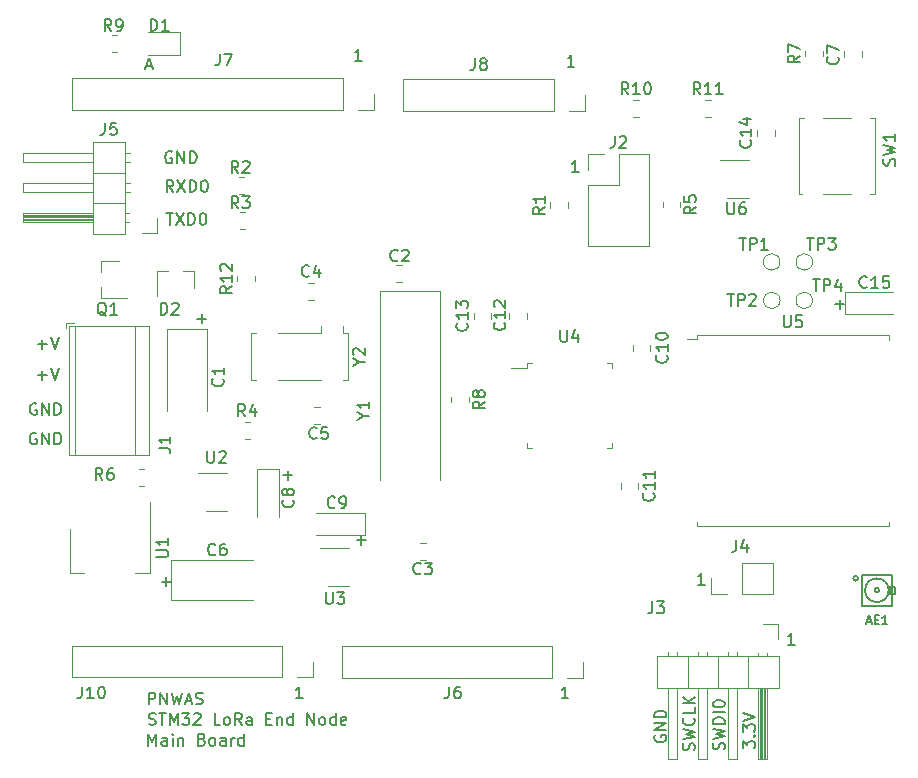
<source format=gbr>
%TF.GenerationSoftware,KiCad,Pcbnew,5.1.12-84ad8e8a86~92~ubuntu20.04.1*%
%TF.CreationDate,2022-08-01T12:29:38-07:00*%
%TF.ProjectId,LoRaXcvr_R2,4c6f5261-5863-4767-925f-52322e6b6963,rev?*%
%TF.SameCoordinates,Original*%
%TF.FileFunction,Legend,Top*%
%TF.FilePolarity,Positive*%
%FSLAX46Y46*%
G04 Gerber Fmt 4.6, Leading zero omitted, Abs format (unit mm)*
G04 Created by KiCad (PCBNEW 5.1.12-84ad8e8a86~92~ubuntu20.04.1) date 2022-08-01 12:29:38*
%MOMM*%
%LPD*%
G01*
G04 APERTURE LIST*
%ADD10C,0.150000*%
%ADD11C,0.120000*%
%ADD12C,0.203200*%
%ADD13C,0.152400*%
G04 APERTURE END LIST*
D10*
X112611904Y-42516666D02*
X113088095Y-42516666D01*
X112516666Y-42802380D02*
X112850000Y-41802380D01*
X113183333Y-42802380D01*
X170969047Y-62671428D02*
X171730952Y-62671428D01*
X171350000Y-63052380D02*
X171350000Y-62290476D01*
X130469047Y-82671428D02*
X131230952Y-82671428D01*
X130850000Y-83052380D02*
X130850000Y-82290476D01*
X124219047Y-77171428D02*
X124980952Y-77171428D01*
X124600000Y-77552380D02*
X124600000Y-76790476D01*
X113969047Y-86171428D02*
X114730952Y-86171428D01*
X114350000Y-86552380D02*
X114350000Y-85790476D01*
X116969047Y-63921428D02*
X117730952Y-63921428D01*
X117350000Y-64302380D02*
X117350000Y-63540476D01*
X112826190Y-100052380D02*
X112826190Y-99052380D01*
X113159523Y-99766666D01*
X113492857Y-99052380D01*
X113492857Y-100052380D01*
X114397619Y-100052380D02*
X114397619Y-99528571D01*
X114350000Y-99433333D01*
X114254761Y-99385714D01*
X114064285Y-99385714D01*
X113969047Y-99433333D01*
X114397619Y-100004761D02*
X114302380Y-100052380D01*
X114064285Y-100052380D01*
X113969047Y-100004761D01*
X113921428Y-99909523D01*
X113921428Y-99814285D01*
X113969047Y-99719047D01*
X114064285Y-99671428D01*
X114302380Y-99671428D01*
X114397619Y-99623809D01*
X114873809Y-100052380D02*
X114873809Y-99385714D01*
X114873809Y-99052380D02*
X114826190Y-99100000D01*
X114873809Y-99147619D01*
X114921428Y-99100000D01*
X114873809Y-99052380D01*
X114873809Y-99147619D01*
X115350000Y-99385714D02*
X115350000Y-100052380D01*
X115350000Y-99480952D02*
X115397619Y-99433333D01*
X115492857Y-99385714D01*
X115635714Y-99385714D01*
X115730952Y-99433333D01*
X115778571Y-99528571D01*
X115778571Y-100052380D01*
X117350000Y-99528571D02*
X117492857Y-99576190D01*
X117540476Y-99623809D01*
X117588095Y-99719047D01*
X117588095Y-99861904D01*
X117540476Y-99957142D01*
X117492857Y-100004761D01*
X117397619Y-100052380D01*
X117016666Y-100052380D01*
X117016666Y-99052380D01*
X117350000Y-99052380D01*
X117445238Y-99100000D01*
X117492857Y-99147619D01*
X117540476Y-99242857D01*
X117540476Y-99338095D01*
X117492857Y-99433333D01*
X117445238Y-99480952D01*
X117350000Y-99528571D01*
X117016666Y-99528571D01*
X118159523Y-100052380D02*
X118064285Y-100004761D01*
X118016666Y-99957142D01*
X117969047Y-99861904D01*
X117969047Y-99576190D01*
X118016666Y-99480952D01*
X118064285Y-99433333D01*
X118159523Y-99385714D01*
X118302380Y-99385714D01*
X118397619Y-99433333D01*
X118445238Y-99480952D01*
X118492857Y-99576190D01*
X118492857Y-99861904D01*
X118445238Y-99957142D01*
X118397619Y-100004761D01*
X118302380Y-100052380D01*
X118159523Y-100052380D01*
X119350000Y-100052380D02*
X119350000Y-99528571D01*
X119302380Y-99433333D01*
X119207142Y-99385714D01*
X119016666Y-99385714D01*
X118921428Y-99433333D01*
X119350000Y-100004761D02*
X119254761Y-100052380D01*
X119016666Y-100052380D01*
X118921428Y-100004761D01*
X118873809Y-99909523D01*
X118873809Y-99814285D01*
X118921428Y-99719047D01*
X119016666Y-99671428D01*
X119254761Y-99671428D01*
X119350000Y-99623809D01*
X119826190Y-100052380D02*
X119826190Y-99385714D01*
X119826190Y-99576190D02*
X119873809Y-99480952D01*
X119921428Y-99433333D01*
X120016666Y-99385714D01*
X120111904Y-99385714D01*
X120873809Y-100052380D02*
X120873809Y-99052380D01*
X120873809Y-100004761D02*
X120778571Y-100052380D01*
X120588095Y-100052380D01*
X120492857Y-100004761D01*
X120445238Y-99957142D01*
X120397619Y-99861904D01*
X120397619Y-99576190D01*
X120445238Y-99480952D01*
X120492857Y-99433333D01*
X120588095Y-99385714D01*
X120778571Y-99385714D01*
X120873809Y-99433333D01*
X112838095Y-96552380D02*
X112838095Y-95552380D01*
X113219047Y-95552380D01*
X113314285Y-95600000D01*
X113361904Y-95647619D01*
X113409523Y-95742857D01*
X113409523Y-95885714D01*
X113361904Y-95980952D01*
X113314285Y-96028571D01*
X113219047Y-96076190D01*
X112838095Y-96076190D01*
X113838095Y-96552380D02*
X113838095Y-95552380D01*
X114409523Y-96552380D01*
X114409523Y-95552380D01*
X114790476Y-95552380D02*
X115028571Y-96552380D01*
X115219047Y-95838095D01*
X115409523Y-96552380D01*
X115647619Y-95552380D01*
X115980952Y-96266666D02*
X116457142Y-96266666D01*
X115885714Y-96552380D02*
X116219047Y-95552380D01*
X116552380Y-96552380D01*
X116838095Y-96504761D02*
X116980952Y-96552380D01*
X117219047Y-96552380D01*
X117314285Y-96504761D01*
X117361904Y-96457142D01*
X117409523Y-96361904D01*
X117409523Y-96266666D01*
X117361904Y-96171428D01*
X117314285Y-96123809D01*
X117219047Y-96076190D01*
X117028571Y-96028571D01*
X116933333Y-95980952D01*
X116885714Y-95933333D01*
X116838095Y-95838095D01*
X116838095Y-95742857D01*
X116885714Y-95647619D01*
X116933333Y-95600000D01*
X117028571Y-95552380D01*
X117266666Y-95552380D01*
X117409523Y-95600000D01*
X112861904Y-98254761D02*
X113004761Y-98302380D01*
X113242857Y-98302380D01*
X113338095Y-98254761D01*
X113385714Y-98207142D01*
X113433333Y-98111904D01*
X113433333Y-98016666D01*
X113385714Y-97921428D01*
X113338095Y-97873809D01*
X113242857Y-97826190D01*
X113052380Y-97778571D01*
X112957142Y-97730952D01*
X112909523Y-97683333D01*
X112861904Y-97588095D01*
X112861904Y-97492857D01*
X112909523Y-97397619D01*
X112957142Y-97350000D01*
X113052380Y-97302380D01*
X113290476Y-97302380D01*
X113433333Y-97350000D01*
X113719047Y-97302380D02*
X114290476Y-97302380D01*
X114004761Y-98302380D02*
X114004761Y-97302380D01*
X114623809Y-98302380D02*
X114623809Y-97302380D01*
X114957142Y-98016666D01*
X115290476Y-97302380D01*
X115290476Y-98302380D01*
X115671428Y-97302380D02*
X116290476Y-97302380D01*
X115957142Y-97683333D01*
X116100000Y-97683333D01*
X116195238Y-97730952D01*
X116242857Y-97778571D01*
X116290476Y-97873809D01*
X116290476Y-98111904D01*
X116242857Y-98207142D01*
X116195238Y-98254761D01*
X116100000Y-98302380D01*
X115814285Y-98302380D01*
X115719047Y-98254761D01*
X115671428Y-98207142D01*
X116671428Y-97397619D02*
X116719047Y-97350000D01*
X116814285Y-97302380D01*
X117052380Y-97302380D01*
X117147619Y-97350000D01*
X117195238Y-97397619D01*
X117242857Y-97492857D01*
X117242857Y-97588095D01*
X117195238Y-97730952D01*
X116623809Y-98302380D01*
X117242857Y-98302380D01*
X118909523Y-98302380D02*
X118433333Y-98302380D01*
X118433333Y-97302380D01*
X119385714Y-98302380D02*
X119290476Y-98254761D01*
X119242857Y-98207142D01*
X119195238Y-98111904D01*
X119195238Y-97826190D01*
X119242857Y-97730952D01*
X119290476Y-97683333D01*
X119385714Y-97635714D01*
X119528571Y-97635714D01*
X119623809Y-97683333D01*
X119671428Y-97730952D01*
X119719047Y-97826190D01*
X119719047Y-98111904D01*
X119671428Y-98207142D01*
X119623809Y-98254761D01*
X119528571Y-98302380D01*
X119385714Y-98302380D01*
X120719047Y-98302380D02*
X120385714Y-97826190D01*
X120147619Y-98302380D02*
X120147619Y-97302380D01*
X120528571Y-97302380D01*
X120623809Y-97350000D01*
X120671428Y-97397619D01*
X120719047Y-97492857D01*
X120719047Y-97635714D01*
X120671428Y-97730952D01*
X120623809Y-97778571D01*
X120528571Y-97826190D01*
X120147619Y-97826190D01*
X121576190Y-98302380D02*
X121576190Y-97778571D01*
X121528571Y-97683333D01*
X121433333Y-97635714D01*
X121242857Y-97635714D01*
X121147619Y-97683333D01*
X121576190Y-98254761D02*
X121480952Y-98302380D01*
X121242857Y-98302380D01*
X121147619Y-98254761D01*
X121100000Y-98159523D01*
X121100000Y-98064285D01*
X121147619Y-97969047D01*
X121242857Y-97921428D01*
X121480952Y-97921428D01*
X121576190Y-97873809D01*
X122814285Y-97778571D02*
X123147619Y-97778571D01*
X123290476Y-98302380D02*
X122814285Y-98302380D01*
X122814285Y-97302380D01*
X123290476Y-97302380D01*
X123719047Y-97635714D02*
X123719047Y-98302380D01*
X123719047Y-97730952D02*
X123766666Y-97683333D01*
X123861904Y-97635714D01*
X124004761Y-97635714D01*
X124100000Y-97683333D01*
X124147619Y-97778571D01*
X124147619Y-98302380D01*
X125052380Y-98302380D02*
X125052380Y-97302380D01*
X125052380Y-98254761D02*
X124957142Y-98302380D01*
X124766666Y-98302380D01*
X124671428Y-98254761D01*
X124623809Y-98207142D01*
X124576190Y-98111904D01*
X124576190Y-97826190D01*
X124623809Y-97730952D01*
X124671428Y-97683333D01*
X124766666Y-97635714D01*
X124957142Y-97635714D01*
X125052380Y-97683333D01*
X126290476Y-98302380D02*
X126290476Y-97302380D01*
X126861904Y-98302380D01*
X126861904Y-97302380D01*
X127480952Y-98302380D02*
X127385714Y-98254761D01*
X127338095Y-98207142D01*
X127290476Y-98111904D01*
X127290476Y-97826190D01*
X127338095Y-97730952D01*
X127385714Y-97683333D01*
X127480952Y-97635714D01*
X127623809Y-97635714D01*
X127719047Y-97683333D01*
X127766666Y-97730952D01*
X127814285Y-97826190D01*
X127814285Y-98111904D01*
X127766666Y-98207142D01*
X127719047Y-98254761D01*
X127623809Y-98302380D01*
X127480952Y-98302380D01*
X128671428Y-98302380D02*
X128671428Y-97302380D01*
X128671428Y-98254761D02*
X128576190Y-98302380D01*
X128385714Y-98302380D01*
X128290476Y-98254761D01*
X128242857Y-98207142D01*
X128195238Y-98111904D01*
X128195238Y-97826190D01*
X128242857Y-97730952D01*
X128290476Y-97683333D01*
X128385714Y-97635714D01*
X128576190Y-97635714D01*
X128671428Y-97683333D01*
X129528571Y-98254761D02*
X129433333Y-98302380D01*
X129242857Y-98302380D01*
X129147619Y-98254761D01*
X129100000Y-98159523D01*
X129100000Y-97778571D01*
X129147619Y-97683333D01*
X129242857Y-97635714D01*
X129433333Y-97635714D01*
X129528571Y-97683333D01*
X129576190Y-97778571D01*
X129576190Y-97873809D01*
X129100000Y-97969047D01*
X103338095Y-73600000D02*
X103242857Y-73552380D01*
X103100000Y-73552380D01*
X102957142Y-73600000D01*
X102861904Y-73695238D01*
X102814285Y-73790476D01*
X102766666Y-73980952D01*
X102766666Y-74123809D01*
X102814285Y-74314285D01*
X102861904Y-74409523D01*
X102957142Y-74504761D01*
X103100000Y-74552380D01*
X103195238Y-74552380D01*
X103338095Y-74504761D01*
X103385714Y-74457142D01*
X103385714Y-74123809D01*
X103195238Y-74123809D01*
X103814285Y-74552380D02*
X103814285Y-73552380D01*
X104385714Y-74552380D01*
X104385714Y-73552380D01*
X104861904Y-74552380D02*
X104861904Y-73552380D01*
X105100000Y-73552380D01*
X105242857Y-73600000D01*
X105338095Y-73695238D01*
X105385714Y-73790476D01*
X105433333Y-73980952D01*
X105433333Y-74123809D01*
X105385714Y-74314285D01*
X105338095Y-74409523D01*
X105242857Y-74504761D01*
X105100000Y-74552380D01*
X104861904Y-74552380D01*
X103338095Y-71100000D02*
X103242857Y-71052380D01*
X103100000Y-71052380D01*
X102957142Y-71100000D01*
X102861904Y-71195238D01*
X102814285Y-71290476D01*
X102766666Y-71480952D01*
X102766666Y-71623809D01*
X102814285Y-71814285D01*
X102861904Y-71909523D01*
X102957142Y-72004761D01*
X103100000Y-72052380D01*
X103195238Y-72052380D01*
X103338095Y-72004761D01*
X103385714Y-71957142D01*
X103385714Y-71623809D01*
X103195238Y-71623809D01*
X103814285Y-72052380D02*
X103814285Y-71052380D01*
X104385714Y-72052380D01*
X104385714Y-71052380D01*
X104861904Y-72052380D02*
X104861904Y-71052380D01*
X105100000Y-71052380D01*
X105242857Y-71100000D01*
X105338095Y-71195238D01*
X105385714Y-71290476D01*
X105433333Y-71480952D01*
X105433333Y-71623809D01*
X105385714Y-71814285D01*
X105338095Y-71909523D01*
X105242857Y-72004761D01*
X105100000Y-72052380D01*
X104861904Y-72052380D01*
X103457476Y-68671428D02*
X104219380Y-68671428D01*
X103838428Y-69052380D02*
X103838428Y-68290476D01*
X104552714Y-68052380D02*
X104886047Y-69052380D01*
X105219380Y-68052380D01*
X103457476Y-66047928D02*
X104219380Y-66047928D01*
X103838428Y-66428880D02*
X103838428Y-65666976D01*
X104552714Y-65428880D02*
X104886047Y-66428880D01*
X105219380Y-65428880D01*
X163155380Y-100282190D02*
X163155380Y-99663142D01*
X163536333Y-99996476D01*
X163536333Y-99853619D01*
X163583952Y-99758380D01*
X163631571Y-99710761D01*
X163726809Y-99663142D01*
X163964904Y-99663142D01*
X164060142Y-99710761D01*
X164107761Y-99758380D01*
X164155380Y-99853619D01*
X164155380Y-100139333D01*
X164107761Y-100234571D01*
X164060142Y-100282190D01*
X164060142Y-99234571D02*
X164107761Y-99186952D01*
X164155380Y-99234571D01*
X164107761Y-99282190D01*
X164060142Y-99234571D01*
X164155380Y-99234571D01*
X163155380Y-98853619D02*
X163155380Y-98234571D01*
X163536333Y-98567904D01*
X163536333Y-98425047D01*
X163583952Y-98329809D01*
X163631571Y-98282190D01*
X163726809Y-98234571D01*
X163964904Y-98234571D01*
X164060142Y-98282190D01*
X164107761Y-98329809D01*
X164155380Y-98425047D01*
X164155380Y-98710761D01*
X164107761Y-98806000D01*
X164060142Y-98853619D01*
X163155380Y-97948857D02*
X164155380Y-97615523D01*
X163155380Y-97282190D01*
X155710000Y-99186904D02*
X155662380Y-99282142D01*
X155662380Y-99425000D01*
X155710000Y-99567857D01*
X155805238Y-99663095D01*
X155900476Y-99710714D01*
X156090952Y-99758333D01*
X156233809Y-99758333D01*
X156424285Y-99710714D01*
X156519523Y-99663095D01*
X156614761Y-99567857D01*
X156662380Y-99425000D01*
X156662380Y-99329761D01*
X156614761Y-99186904D01*
X156567142Y-99139285D01*
X156233809Y-99139285D01*
X156233809Y-99329761D01*
X156662380Y-98710714D02*
X155662380Y-98710714D01*
X156662380Y-98139285D01*
X155662380Y-98139285D01*
X156662380Y-97663095D02*
X155662380Y-97663095D01*
X155662380Y-97425000D01*
X155710000Y-97282142D01*
X155805238Y-97186904D01*
X155900476Y-97139285D01*
X156090952Y-97091666D01*
X156233809Y-97091666D01*
X156424285Y-97139285D01*
X156519523Y-97186904D01*
X156614761Y-97282142D01*
X156662380Y-97425000D01*
X156662380Y-97663095D01*
X159027761Y-100432904D02*
X159075380Y-100290047D01*
X159075380Y-100051952D01*
X159027761Y-99956714D01*
X158980142Y-99909095D01*
X158884904Y-99861476D01*
X158789666Y-99861476D01*
X158694428Y-99909095D01*
X158646809Y-99956714D01*
X158599190Y-100051952D01*
X158551571Y-100242428D01*
X158503952Y-100337666D01*
X158456333Y-100385285D01*
X158361095Y-100432904D01*
X158265857Y-100432904D01*
X158170619Y-100385285D01*
X158123000Y-100337666D01*
X158075380Y-100242428D01*
X158075380Y-100004333D01*
X158123000Y-99861476D01*
X158075380Y-99528142D02*
X159075380Y-99290047D01*
X158361095Y-99099571D01*
X159075380Y-98909095D01*
X158075380Y-98671000D01*
X158980142Y-97718619D02*
X159027761Y-97766238D01*
X159075380Y-97909095D01*
X159075380Y-98004333D01*
X159027761Y-98147190D01*
X158932523Y-98242428D01*
X158837285Y-98290047D01*
X158646809Y-98337666D01*
X158503952Y-98337666D01*
X158313476Y-98290047D01*
X158218238Y-98242428D01*
X158123000Y-98147190D01*
X158075380Y-98004333D01*
X158075380Y-97909095D01*
X158123000Y-97766238D01*
X158170619Y-97718619D01*
X159075380Y-96813857D02*
X159075380Y-97290047D01*
X158075380Y-97290047D01*
X159075380Y-96480523D02*
X158075380Y-96480523D01*
X159075380Y-95909095D02*
X158503952Y-96337666D01*
X158075380Y-95909095D02*
X158646809Y-96480523D01*
X161567761Y-100369428D02*
X161615380Y-100226571D01*
X161615380Y-99988476D01*
X161567761Y-99893238D01*
X161520142Y-99845619D01*
X161424904Y-99798000D01*
X161329666Y-99798000D01*
X161234428Y-99845619D01*
X161186809Y-99893238D01*
X161139190Y-99988476D01*
X161091571Y-100178952D01*
X161043952Y-100274190D01*
X160996333Y-100321809D01*
X160901095Y-100369428D01*
X160805857Y-100369428D01*
X160710619Y-100321809D01*
X160663000Y-100274190D01*
X160615380Y-100178952D01*
X160615380Y-99940857D01*
X160663000Y-99798000D01*
X160615380Y-99464666D02*
X161615380Y-99226571D01*
X160901095Y-99036095D01*
X161615380Y-98845619D01*
X160615380Y-98607523D01*
X161615380Y-98226571D02*
X160615380Y-98226571D01*
X160615380Y-97988476D01*
X160663000Y-97845619D01*
X160758238Y-97750380D01*
X160853476Y-97702761D01*
X161043952Y-97655142D01*
X161186809Y-97655142D01*
X161377285Y-97702761D01*
X161472523Y-97750380D01*
X161567761Y-97845619D01*
X161615380Y-97988476D01*
X161615380Y-98226571D01*
X161615380Y-97226571D02*
X160615380Y-97226571D01*
X160615380Y-96559904D02*
X160615380Y-96464666D01*
X160663000Y-96369428D01*
X160710619Y-96321809D01*
X160805857Y-96274190D01*
X160996333Y-96226571D01*
X161234428Y-96226571D01*
X161424904Y-96274190D01*
X161520142Y-96321809D01*
X161567761Y-96369428D01*
X161615380Y-96464666D01*
X161615380Y-96559904D01*
X161567761Y-96655142D01*
X161520142Y-96702761D01*
X161424904Y-96750380D01*
X161234428Y-96798000D01*
X160996333Y-96798000D01*
X160805857Y-96750380D01*
X160710619Y-96702761D01*
X160663000Y-96655142D01*
X160615380Y-96559904D01*
X114808095Y-49792000D02*
X114712857Y-49744380D01*
X114570000Y-49744380D01*
X114427142Y-49792000D01*
X114331904Y-49887238D01*
X114284285Y-49982476D01*
X114236666Y-50172952D01*
X114236666Y-50315809D01*
X114284285Y-50506285D01*
X114331904Y-50601523D01*
X114427142Y-50696761D01*
X114570000Y-50744380D01*
X114665238Y-50744380D01*
X114808095Y-50696761D01*
X114855714Y-50649142D01*
X114855714Y-50315809D01*
X114665238Y-50315809D01*
X115284285Y-50744380D02*
X115284285Y-49744380D01*
X115855714Y-50744380D01*
X115855714Y-49744380D01*
X116331904Y-50744380D02*
X116331904Y-49744380D01*
X116570000Y-49744380D01*
X116712857Y-49792000D01*
X116808095Y-49887238D01*
X116855714Y-49982476D01*
X116903333Y-50172952D01*
X116903333Y-50315809D01*
X116855714Y-50506285D01*
X116808095Y-50601523D01*
X116712857Y-50696761D01*
X116570000Y-50744380D01*
X116331904Y-50744380D01*
X114339904Y-54951380D02*
X114911333Y-54951380D01*
X114625619Y-55951380D02*
X114625619Y-54951380D01*
X115149428Y-54951380D02*
X115816095Y-55951380D01*
X115816095Y-54951380D02*
X115149428Y-55951380D01*
X116197047Y-55951380D02*
X116197047Y-54951380D01*
X116435142Y-54951380D01*
X116578000Y-54999000D01*
X116673238Y-55094238D01*
X116720857Y-55189476D01*
X116768476Y-55379952D01*
X116768476Y-55522809D01*
X116720857Y-55713285D01*
X116673238Y-55808523D01*
X116578000Y-55903761D01*
X116435142Y-55951380D01*
X116197047Y-55951380D01*
X117387523Y-54951380D02*
X117482761Y-54951380D01*
X117578000Y-54999000D01*
X117625619Y-55046619D01*
X117673238Y-55141857D01*
X117720857Y-55332333D01*
X117720857Y-55570428D01*
X117673238Y-55760904D01*
X117625619Y-55856142D01*
X117578000Y-55903761D01*
X117482761Y-55951380D01*
X117387523Y-55951380D01*
X117292285Y-55903761D01*
X117244666Y-55856142D01*
X117197047Y-55760904D01*
X117149428Y-55570428D01*
X117149428Y-55332333D01*
X117197047Y-55141857D01*
X117244666Y-55046619D01*
X117292285Y-54999000D01*
X117387523Y-54951380D01*
X114935142Y-53157380D02*
X114601809Y-52681190D01*
X114363714Y-53157380D02*
X114363714Y-52157380D01*
X114744666Y-52157380D01*
X114839904Y-52205000D01*
X114887523Y-52252619D01*
X114935142Y-52347857D01*
X114935142Y-52490714D01*
X114887523Y-52585952D01*
X114839904Y-52633571D01*
X114744666Y-52681190D01*
X114363714Y-52681190D01*
X115268476Y-52157380D02*
X115935142Y-53157380D01*
X115935142Y-52157380D02*
X115268476Y-53157380D01*
X116316095Y-53157380D02*
X116316095Y-52157380D01*
X116554190Y-52157380D01*
X116697047Y-52205000D01*
X116792285Y-52300238D01*
X116839904Y-52395476D01*
X116887523Y-52585952D01*
X116887523Y-52728809D01*
X116839904Y-52919285D01*
X116792285Y-53014523D01*
X116697047Y-53109761D01*
X116554190Y-53157380D01*
X116316095Y-53157380D01*
X117506571Y-52157380D02*
X117601809Y-52157380D01*
X117697047Y-52205000D01*
X117744666Y-52252619D01*
X117792285Y-52347857D01*
X117839904Y-52538333D01*
X117839904Y-52776428D01*
X117792285Y-52966904D01*
X117744666Y-53062142D01*
X117697047Y-53109761D01*
X117601809Y-53157380D01*
X117506571Y-53157380D01*
X117411333Y-53109761D01*
X117363714Y-53062142D01*
X117316095Y-52966904D01*
X117268476Y-52776428D01*
X117268476Y-52538333D01*
X117316095Y-52347857D01*
X117363714Y-52252619D01*
X117411333Y-52205000D01*
X117506571Y-52157380D01*
X159924714Y-86431380D02*
X159353285Y-86431380D01*
X159639000Y-86431380D02*
X159639000Y-85431380D01*
X159543761Y-85574238D01*
X159448523Y-85669476D01*
X159353285Y-85717095D01*
X148885714Y-42552380D02*
X148314285Y-42552380D01*
X148600000Y-42552380D02*
X148600000Y-41552380D01*
X148504761Y-41695238D01*
X148409523Y-41790476D01*
X148314285Y-41838095D01*
X130885714Y-42052380D02*
X130314285Y-42052380D01*
X130600000Y-42052380D02*
X130600000Y-41052380D01*
X130504761Y-41195238D01*
X130409523Y-41290476D01*
X130314285Y-41338095D01*
X149256714Y-51506380D02*
X148685285Y-51506380D01*
X148971000Y-51506380D02*
X148971000Y-50506380D01*
X148875761Y-50649238D01*
X148780523Y-50744476D01*
X148685285Y-50792095D01*
X125885714Y-96052380D02*
X125314285Y-96052380D01*
X125600000Y-96052380D02*
X125600000Y-95052380D01*
X125504761Y-95195238D01*
X125409523Y-95290476D01*
X125314285Y-95338095D01*
X148385714Y-96052380D02*
X147814285Y-96052380D01*
X148100000Y-96052380D02*
X148100000Y-95052380D01*
X148004761Y-95195238D01*
X147909523Y-95290476D01*
X147814285Y-95338095D01*
X167544714Y-91511380D02*
X166973285Y-91511380D01*
X167259000Y-91511380D02*
X167259000Y-90511380D01*
X167163761Y-90654238D01*
X167068523Y-90749476D01*
X166973285Y-90797095D01*
D11*
%TO.C,U4*%
X151623000Y-74857000D02*
X152073000Y-74857000D01*
X152073000Y-74857000D02*
X152073000Y-74407000D01*
X145303000Y-74857000D02*
X144853000Y-74857000D01*
X144853000Y-74857000D02*
X144853000Y-74407000D01*
X151623000Y-67637000D02*
X152073000Y-67637000D01*
X152073000Y-67637000D02*
X152073000Y-68087000D01*
X145303000Y-67637000D02*
X144853000Y-67637000D01*
X144853000Y-67637000D02*
X144853000Y-68087000D01*
X144853000Y-68087000D02*
X143563000Y-68087000D01*
%TO.C,J8*%
X147167600Y-43628000D02*
X147167600Y-46288000D01*
X147167600Y-43628000D02*
X134407600Y-43628000D01*
X134407600Y-43628000D02*
X134407600Y-46288000D01*
X147167600Y-46288000D02*
X134407600Y-46288000D01*
X149767600Y-46288000D02*
X148437600Y-46288000D01*
X149767600Y-44958000D02*
X149767600Y-46288000D01*
%TO.C,J10*%
X124162820Y-91603520D02*
X124162820Y-94263520D01*
X124162820Y-91603520D02*
X106322820Y-91603520D01*
X106322820Y-91603520D02*
X106322820Y-94263520D01*
X124162820Y-94263520D02*
X106322820Y-94263520D01*
X126762820Y-94263520D02*
X125432820Y-94263520D01*
X126762820Y-92933520D02*
X126762820Y-94263520D01*
D12*
%TO.C,AE1*%
X175598000Y-87192000D02*
X175598000Y-86592000D01*
X175998000Y-87192000D02*
X175498000Y-87192000D01*
X175998000Y-87192000D02*
X175998000Y-86592000D01*
X175998000Y-86592000D02*
X175498000Y-86592000D01*
X174698000Y-86892000D02*
G75*
G03*
X174698000Y-86892000I-200000J0D01*
G01*
X175498000Y-86892000D02*
G75*
G03*
X175498000Y-86892000I-1000000J0D01*
G01*
X172898000Y-85892000D02*
G75*
G03*
X172898000Y-85892000I-200000J0D01*
G01*
X173198000Y-85592000D02*
X173198000Y-88192000D01*
X173198000Y-88192000D02*
X175798000Y-88192000D01*
X175798000Y-88192000D02*
X175798000Y-85592000D01*
X175798000Y-85592000D02*
X173198000Y-85592000D01*
D11*
%TO.C,C1*%
X117788000Y-71697000D02*
X117788000Y-64762000D01*
X117788000Y-64762000D02*
X114368000Y-64762000D01*
X114368000Y-64762000D02*
X114368000Y-71697000D01*
%TO.C,C6*%
X114718400Y-87757580D02*
X121653400Y-87757580D01*
X114718400Y-84337580D02*
X114718400Y-87757580D01*
X121653400Y-84337580D02*
X114718400Y-84337580D01*
%TO.C,C9*%
X127051000Y-82215000D02*
X131136000Y-82215000D01*
X131136000Y-82215000D02*
X131136000Y-80345000D01*
X131136000Y-80345000D02*
X127051000Y-80345000D01*
%TO.C,J1*%
X106624000Y-64547000D02*
X106624000Y-75408000D01*
X111724000Y-64547000D02*
X111724000Y-75408000D01*
X112844000Y-64547000D02*
X112844000Y-75408000D01*
X106104000Y-64547000D02*
X106104000Y-75408000D01*
X112844000Y-64547000D02*
X106104000Y-64547000D01*
X112844000Y-75408000D02*
X106104000Y-75408000D01*
X106504000Y-64307000D02*
X105864000Y-64307000D01*
X105864000Y-64307000D02*
X105864000Y-64707000D01*
%TO.C,J2*%
X150026060Y-57715460D02*
X155226060Y-57715460D01*
X150026060Y-52575460D02*
X150026060Y-57715460D01*
X155226060Y-49975460D02*
X155226060Y-57715460D01*
X150026060Y-52575460D02*
X152626060Y-52575460D01*
X152626060Y-52575460D02*
X152626060Y-49975460D01*
X152626060Y-49975460D02*
X155226060Y-49975460D01*
X150026060Y-51305460D02*
X150026060Y-49975460D01*
X150026060Y-49975460D02*
X151356060Y-49975460D01*
%TO.C,J4*%
X165695940Y-87207400D02*
X165695940Y-84547400D01*
X163095940Y-87207400D02*
X165695940Y-87207400D01*
X163095940Y-84547400D02*
X165695940Y-84547400D01*
X163095940Y-87207400D02*
X163095940Y-84547400D01*
X161825940Y-87207400D02*
X160495940Y-87207400D01*
X160495940Y-87207400D02*
X160495940Y-85877400D01*
%TO.C,Y1*%
X137551000Y-77528000D02*
X137551000Y-61553000D01*
X137551000Y-61553000D02*
X132451000Y-61553000D01*
X132451000Y-61553000D02*
X132451000Y-77528000D01*
%TO.C,C8*%
X123871000Y-80680500D02*
X123871000Y-76595500D01*
X123871000Y-76595500D02*
X122001000Y-76595500D01*
X122001000Y-76595500D02*
X122001000Y-80680500D01*
%TO.C,U1*%
X106150360Y-85431820D02*
X107410360Y-85431820D01*
X112970360Y-85431820D02*
X111710360Y-85431820D01*
X106150360Y-81671820D02*
X106150360Y-85431820D01*
X112970360Y-79421820D02*
X112970360Y-85431820D01*
%TO.C,J6*%
X147022820Y-91634000D02*
X147022820Y-94294000D01*
X147022820Y-91634000D02*
X129182820Y-91634000D01*
X129182820Y-91634000D02*
X129182820Y-94294000D01*
X147022820Y-94294000D02*
X129182820Y-94294000D01*
X149622820Y-94294000D02*
X148292820Y-94294000D01*
X149622820Y-92964000D02*
X149622820Y-94294000D01*
%TO.C,J7*%
X129296160Y-43556880D02*
X129296160Y-46216880D01*
X129296160Y-43556880D02*
X106376160Y-43556880D01*
X106376160Y-43556880D02*
X106376160Y-46216880D01*
X129296160Y-46216880D02*
X106376160Y-46216880D01*
X131896160Y-46216880D02*
X130566160Y-46216880D01*
X131896160Y-44886880D02*
X131896160Y-46216880D01*
%TO.C,SW1*%
X172300000Y-46890000D02*
X169900000Y-46890000D01*
X174310000Y-46890000D02*
X173900000Y-46890000D01*
X174310000Y-53310000D02*
X174310000Y-46890000D01*
X173900000Y-53310000D02*
X174310000Y-53310000D01*
X169900000Y-53310000D02*
X172300000Y-53310000D01*
X167890000Y-53310000D02*
X168170000Y-53310000D01*
X167890000Y-46890000D02*
X167890000Y-53310000D01*
X168300000Y-46890000D02*
X167890000Y-46890000D01*
%TO.C,R9*%
X110164564Y-41335000D02*
X109710436Y-41335000D01*
X110164564Y-39865000D02*
X109710436Y-39865000D01*
%TO.C,R1*%
X146844080Y-54505764D02*
X146844080Y-54051636D01*
X148314080Y-54505764D02*
X148314080Y-54051636D01*
%TO.C,R5*%
X157818760Y-54022256D02*
X157818760Y-54476384D01*
X156348760Y-54022256D02*
X156348760Y-54476384D01*
%TO.C,R7*%
X169898000Y-41685564D02*
X169898000Y-41231436D01*
X168428000Y-41685564D02*
X168428000Y-41231436D01*
%TO.C,C2*%
X133788748Y-60835000D02*
X134311252Y-60835000D01*
X133788748Y-59365000D02*
X134311252Y-59365000D01*
%TO.C,C3*%
X136361252Y-84335000D02*
X135838748Y-84335000D01*
X136361252Y-82865000D02*
X135838748Y-82865000D01*
%TO.C,C4*%
X126338748Y-60865000D02*
X126861252Y-60865000D01*
X126338748Y-62335000D02*
X126861252Y-62335000D01*
%TO.C,C5*%
X126838748Y-72835000D02*
X127361252Y-72835000D01*
X126838748Y-71365000D02*
X127361252Y-71365000D01*
%TO.C,C7*%
X171730000Y-41234748D02*
X171730000Y-41757252D01*
X173200000Y-41234748D02*
X173200000Y-41757252D01*
%TO.C,C10*%
X155294000Y-66621252D02*
X155294000Y-66098748D01*
X153824000Y-66621252D02*
X153824000Y-66098748D01*
%TO.C,C11*%
X154278000Y-77782748D02*
X154278000Y-78305252D01*
X152808000Y-77782748D02*
X152808000Y-78305252D01*
%TO.C,C13*%
X140365000Y-63911252D02*
X140365000Y-63388748D01*
X141835000Y-63911252D02*
X141835000Y-63388748D01*
%TO.C,C12*%
X143365000Y-63911252D02*
X143365000Y-63388748D01*
X144835000Y-63911252D02*
X144835000Y-63388748D01*
%TO.C,D1*%
X115472500Y-39640000D02*
X112787500Y-39640000D01*
X115472500Y-41560000D02*
X115472500Y-39640000D01*
X112787500Y-41560000D02*
X115472500Y-41560000D01*
%TO.C,R8*%
X138457000Y-70535436D02*
X138457000Y-70989564D01*
X139927000Y-70535436D02*
X139927000Y-70989564D01*
%TO.C,R2*%
X120460436Y-53335000D02*
X120914564Y-53335000D01*
X120460436Y-51865000D02*
X120914564Y-51865000D01*
%TO.C,R3*%
X120535436Y-54865000D02*
X120989564Y-54865000D01*
X120535436Y-56335000D02*
X120989564Y-56335000D01*
%TO.C,R4*%
X120960436Y-74085000D02*
X121414564Y-74085000D01*
X120960436Y-72615000D02*
X121414564Y-72615000D01*
%TO.C,R6*%
X112017436Y-78078000D02*
X112471564Y-78078000D01*
X112017436Y-76608000D02*
X112471564Y-76608000D01*
%TO.C,U5*%
X159286000Y-65624000D02*
X158386000Y-65624000D01*
X159286000Y-65274000D02*
X159286000Y-65624000D01*
X175486000Y-81474000D02*
X175486000Y-81074000D01*
X159286000Y-81474000D02*
X175486000Y-81474000D01*
X159286000Y-81074000D02*
X159286000Y-81474000D01*
X175486000Y-65274000D02*
X175486000Y-65674000D01*
X159286000Y-65274000D02*
X175486000Y-65274000D01*
%TO.C,J3*%
X166176000Y-92499000D02*
X155896000Y-92499000D01*
X155896000Y-92499000D02*
X155896000Y-95159000D01*
X155896000Y-95159000D02*
X166176000Y-95159000D01*
X166176000Y-95159000D02*
X166176000Y-92499000D01*
X165226000Y-95159000D02*
X165226000Y-101159000D01*
X165226000Y-101159000D02*
X164466000Y-101159000D01*
X164466000Y-101159000D02*
X164466000Y-95159000D01*
X165166000Y-95159000D02*
X165166000Y-101159000D01*
X165046000Y-95159000D02*
X165046000Y-101159000D01*
X164926000Y-95159000D02*
X164926000Y-101159000D01*
X164806000Y-95159000D02*
X164806000Y-101159000D01*
X164686000Y-95159000D02*
X164686000Y-101159000D01*
X164566000Y-95159000D02*
X164566000Y-101159000D01*
X165226000Y-92169000D02*
X165226000Y-92499000D01*
X164466000Y-92169000D02*
X164466000Y-92499000D01*
X163576000Y-92499000D02*
X163576000Y-95159000D01*
X162686000Y-95159000D02*
X162686000Y-101159000D01*
X162686000Y-101159000D02*
X161926000Y-101159000D01*
X161926000Y-101159000D02*
X161926000Y-95159000D01*
X162686000Y-92101929D02*
X162686000Y-92499000D01*
X161926000Y-92101929D02*
X161926000Y-92499000D01*
X161036000Y-92499000D02*
X161036000Y-95159000D01*
X160146000Y-95159000D02*
X160146000Y-101159000D01*
X160146000Y-101159000D02*
X159386000Y-101159000D01*
X159386000Y-101159000D02*
X159386000Y-95159000D01*
X160146000Y-92101929D02*
X160146000Y-92499000D01*
X159386000Y-92101929D02*
X159386000Y-92499000D01*
X158496000Y-92499000D02*
X158496000Y-95159000D01*
X157606000Y-95159000D02*
X157606000Y-101159000D01*
X157606000Y-101159000D02*
X156846000Y-101159000D01*
X156846000Y-101159000D02*
X156846000Y-95159000D01*
X157606000Y-92101929D02*
X157606000Y-92499000D01*
X156846000Y-92101929D02*
X156846000Y-92499000D01*
X164846000Y-89789000D02*
X166116000Y-89789000D01*
X166116000Y-89789000D02*
X166116000Y-91059000D01*
%TO.C,J5*%
X110828000Y-56702000D02*
X110828000Y-48962000D01*
X110828000Y-48962000D02*
X108168000Y-48962000D01*
X108168000Y-48962000D02*
X108168000Y-56702000D01*
X108168000Y-56702000D02*
X110828000Y-56702000D01*
X108168000Y-55752000D02*
X102168000Y-55752000D01*
X102168000Y-55752000D02*
X102168000Y-54992000D01*
X102168000Y-54992000D02*
X108168000Y-54992000D01*
X108168000Y-55692000D02*
X102168000Y-55692000D01*
X108168000Y-55572000D02*
X102168000Y-55572000D01*
X108168000Y-55452000D02*
X102168000Y-55452000D01*
X108168000Y-55332000D02*
X102168000Y-55332000D01*
X108168000Y-55212000D02*
X102168000Y-55212000D01*
X108168000Y-55092000D02*
X102168000Y-55092000D01*
X111158000Y-55752000D02*
X110828000Y-55752000D01*
X111158000Y-54992000D02*
X110828000Y-54992000D01*
X110828000Y-54102000D02*
X108168000Y-54102000D01*
X108168000Y-53212000D02*
X102168000Y-53212000D01*
X102168000Y-53212000D02*
X102168000Y-52452000D01*
X102168000Y-52452000D02*
X108168000Y-52452000D01*
X111225071Y-53212000D02*
X110828000Y-53212000D01*
X111225071Y-52452000D02*
X110828000Y-52452000D01*
X110828000Y-51562000D02*
X108168000Y-51562000D01*
X108168000Y-50672000D02*
X102168000Y-50672000D01*
X102168000Y-50672000D02*
X102168000Y-49912000D01*
X102168000Y-49912000D02*
X108168000Y-49912000D01*
X111225071Y-50672000D02*
X110828000Y-50672000D01*
X111225071Y-49912000D02*
X110828000Y-49912000D01*
X113538000Y-55372000D02*
X113538000Y-56642000D01*
X113538000Y-56642000D02*
X112268000Y-56642000D01*
%TO.C,U2*%
X117669920Y-80157000D02*
X119469920Y-80157000D01*
X119469920Y-76937000D02*
X117019920Y-76937000D01*
%TO.C,U3*%
X129805000Y-83353000D02*
X127355000Y-83353000D01*
X128005000Y-86573000D02*
X129805000Y-86573000D01*
%TO.C,R10*%
X153872936Y-46835000D02*
X154327064Y-46835000D01*
X153872936Y-45365000D02*
X154327064Y-45365000D01*
%TO.C,R11*%
X159960436Y-45365000D02*
X160414564Y-45365000D01*
X159960436Y-46835000D02*
X160414564Y-46835000D01*
%TO.C,Y2*%
X121500000Y-65090000D02*
X121900000Y-65090000D01*
X121500000Y-69110000D02*
X121900000Y-69110000D01*
X129700000Y-69110000D02*
X129300000Y-69110000D01*
X127400000Y-65090000D02*
X127400000Y-64500000D01*
X129300000Y-64500000D02*
X129300000Y-65090000D01*
X121500000Y-69110000D02*
X121500000Y-65090000D01*
X129700000Y-65090000D02*
X129300000Y-65090000D01*
X129700000Y-69110000D02*
X129700000Y-65090000D01*
X127400000Y-65090000D02*
X123800000Y-65090000D01*
X127400000Y-69110000D02*
X123800000Y-69110000D01*
%TO.C,U6*%
X163650000Y-50490000D02*
X161200000Y-50490000D01*
X161850000Y-53710000D02*
X163650000Y-53710000D01*
%TO.C,C14*%
X164365000Y-48411252D02*
X164365000Y-47888748D01*
X165835000Y-48411252D02*
X165835000Y-47888748D01*
%TO.C,Q1*%
X108840000Y-59020000D02*
X110300000Y-59020000D01*
X108840000Y-62180000D02*
X111000000Y-62180000D01*
X108840000Y-62180000D02*
X108840000Y-61250000D01*
X108840000Y-59020000D02*
X108840000Y-59950000D01*
%TO.C,R12*%
X120365000Y-60739564D02*
X120365000Y-60285436D01*
X121835000Y-60739564D02*
X121835000Y-60285436D01*
%TO.C,D2*%
X116680000Y-59840000D02*
X115750000Y-59840000D01*
X113520000Y-59840000D02*
X114450000Y-59840000D01*
X113520000Y-59840000D02*
X113520000Y-62000000D01*
X116680000Y-59840000D02*
X116680000Y-61300000D01*
%TO.C,C15*%
X171802500Y-63535000D02*
X175887500Y-63535000D01*
X171802500Y-61665000D02*
X171802500Y-63535000D01*
X175887500Y-61665000D02*
X171802500Y-61665000D01*
%TO.C,TP1*%
X166300000Y-59100000D02*
G75*
G03*
X166300000Y-59100000I-700000J0D01*
G01*
%TO.C,TP2*%
X166300000Y-62350000D02*
G75*
G03*
X166300000Y-62350000I-700000J0D01*
G01*
%TO.C,TP3*%
X169050000Y-59100000D02*
G75*
G03*
X169050000Y-59100000I-700000J0D01*
G01*
%TO.C,TP4*%
X169050000Y-62350000D02*
G75*
G03*
X169050000Y-62350000I-700000J0D01*
G01*
%TO.C,U4*%
D10*
X147701095Y-64849380D02*
X147701095Y-65658904D01*
X147748714Y-65754142D01*
X147796333Y-65801761D01*
X147891571Y-65849380D01*
X148082047Y-65849380D01*
X148177285Y-65801761D01*
X148224904Y-65754142D01*
X148272523Y-65658904D01*
X148272523Y-64849380D01*
X149177285Y-65182714D02*
X149177285Y-65849380D01*
X148939190Y-64801761D02*
X148701095Y-65516047D01*
X149320142Y-65516047D01*
%TO.C,J8*%
X140466666Y-41852380D02*
X140466666Y-42566666D01*
X140419047Y-42709523D01*
X140323809Y-42804761D01*
X140180952Y-42852380D01*
X140085714Y-42852380D01*
X141085714Y-42280952D02*
X140990476Y-42233333D01*
X140942857Y-42185714D01*
X140895238Y-42090476D01*
X140895238Y-42042857D01*
X140942857Y-41947619D01*
X140990476Y-41900000D01*
X141085714Y-41852380D01*
X141276190Y-41852380D01*
X141371428Y-41900000D01*
X141419047Y-41947619D01*
X141466666Y-42042857D01*
X141466666Y-42090476D01*
X141419047Y-42185714D01*
X141371428Y-42233333D01*
X141276190Y-42280952D01*
X141085714Y-42280952D01*
X140990476Y-42328571D01*
X140942857Y-42376190D01*
X140895238Y-42471428D01*
X140895238Y-42661904D01*
X140942857Y-42757142D01*
X140990476Y-42804761D01*
X141085714Y-42852380D01*
X141276190Y-42852380D01*
X141371428Y-42804761D01*
X141419047Y-42757142D01*
X141466666Y-42661904D01*
X141466666Y-42471428D01*
X141419047Y-42376190D01*
X141371428Y-42328571D01*
X141276190Y-42280952D01*
%TO.C,J10*%
X107190476Y-95052380D02*
X107190476Y-95766666D01*
X107142857Y-95909523D01*
X107047619Y-96004761D01*
X106904761Y-96052380D01*
X106809523Y-96052380D01*
X108190476Y-96052380D02*
X107619047Y-96052380D01*
X107904761Y-96052380D02*
X107904761Y-95052380D01*
X107809523Y-95195238D01*
X107714285Y-95290476D01*
X107619047Y-95338095D01*
X108809523Y-95052380D02*
X108904761Y-95052380D01*
X109000000Y-95100000D01*
X109047619Y-95147619D01*
X109095238Y-95242857D01*
X109142857Y-95433333D01*
X109142857Y-95671428D01*
X109095238Y-95861904D01*
X109047619Y-95957142D01*
X109000000Y-96004761D01*
X108904761Y-96052380D01*
X108809523Y-96052380D01*
X108714285Y-96004761D01*
X108666666Y-95957142D01*
X108619047Y-95861904D01*
X108571428Y-95671428D01*
X108571428Y-95433333D01*
X108619047Y-95242857D01*
X108666666Y-95147619D01*
X108714285Y-95100000D01*
X108809523Y-95052380D01*
%TO.C,AE1*%
D13*
X173609000Y-89559000D02*
X173971857Y-89559000D01*
X173536428Y-89776714D02*
X173790428Y-89014714D01*
X174044428Y-89776714D01*
X174298428Y-89377571D02*
X174552428Y-89377571D01*
X174661285Y-89776714D02*
X174298428Y-89776714D01*
X174298428Y-89014714D01*
X174661285Y-89014714D01*
X175387000Y-89776714D02*
X174951571Y-89776714D01*
X175169285Y-89776714D02*
X175169285Y-89014714D01*
X175096714Y-89123571D01*
X175024142Y-89196142D01*
X174951571Y-89232428D01*
%TO.C,C1*%
D10*
X119102142Y-69000666D02*
X119149761Y-69048285D01*
X119197380Y-69191142D01*
X119197380Y-69286380D01*
X119149761Y-69429238D01*
X119054523Y-69524476D01*
X118959285Y-69572095D01*
X118768809Y-69619714D01*
X118625952Y-69619714D01*
X118435476Y-69572095D01*
X118340238Y-69524476D01*
X118245000Y-69429238D01*
X118197380Y-69286380D01*
X118197380Y-69191142D01*
X118245000Y-69048285D01*
X118292619Y-69000666D01*
X119197380Y-68048285D02*
X119197380Y-68619714D01*
X119197380Y-68334000D02*
X118197380Y-68334000D01*
X118340238Y-68429238D01*
X118435476Y-68524476D01*
X118483095Y-68619714D01*
%TO.C,C6*%
X118486733Y-83854722D02*
X118439114Y-83902341D01*
X118296257Y-83949960D01*
X118201019Y-83949960D01*
X118058161Y-83902341D01*
X117962923Y-83807103D01*
X117915304Y-83711865D01*
X117867685Y-83521389D01*
X117867685Y-83378532D01*
X117915304Y-83188056D01*
X117962923Y-83092818D01*
X118058161Y-82997580D01*
X118201019Y-82949960D01*
X118296257Y-82949960D01*
X118439114Y-82997580D01*
X118486733Y-83045199D01*
X119343876Y-82949960D02*
X119153400Y-82949960D01*
X119058161Y-82997580D01*
X119010542Y-83045199D01*
X118915304Y-83188056D01*
X118867685Y-83378532D01*
X118867685Y-83759484D01*
X118915304Y-83854722D01*
X118962923Y-83902341D01*
X119058161Y-83949960D01*
X119248638Y-83949960D01*
X119343876Y-83902341D01*
X119391495Y-83854722D01*
X119439114Y-83759484D01*
X119439114Y-83521389D01*
X119391495Y-83426151D01*
X119343876Y-83378532D01*
X119248638Y-83330913D01*
X119058161Y-83330913D01*
X118962923Y-83378532D01*
X118915304Y-83426151D01*
X118867685Y-83521389D01*
%TO.C,C9*%
X128611333Y-79859142D02*
X128563714Y-79906761D01*
X128420857Y-79954380D01*
X128325619Y-79954380D01*
X128182761Y-79906761D01*
X128087523Y-79811523D01*
X128039904Y-79716285D01*
X127992285Y-79525809D01*
X127992285Y-79382952D01*
X128039904Y-79192476D01*
X128087523Y-79097238D01*
X128182761Y-79002000D01*
X128325619Y-78954380D01*
X128420857Y-78954380D01*
X128563714Y-79002000D01*
X128611333Y-79049619D01*
X129087523Y-79954380D02*
X129278000Y-79954380D01*
X129373238Y-79906761D01*
X129420857Y-79859142D01*
X129516095Y-79716285D01*
X129563714Y-79525809D01*
X129563714Y-79144857D01*
X129516095Y-79049619D01*
X129468476Y-79002000D01*
X129373238Y-78954380D01*
X129182761Y-78954380D01*
X129087523Y-79002000D01*
X129039904Y-79049619D01*
X128992285Y-79144857D01*
X128992285Y-79382952D01*
X129039904Y-79478190D01*
X129087523Y-79525809D01*
X129182761Y-79573428D01*
X129373238Y-79573428D01*
X129468476Y-79525809D01*
X129516095Y-79478190D01*
X129563714Y-79382952D01*
%TO.C,J1*%
X113688880Y-74882333D02*
X114403166Y-74882333D01*
X114546023Y-74929952D01*
X114641261Y-75025190D01*
X114688880Y-75168047D01*
X114688880Y-75263285D01*
X114688880Y-73882333D02*
X114688880Y-74453761D01*
X114688880Y-74168047D02*
X113688880Y-74168047D01*
X113831738Y-74263285D01*
X113926976Y-74358523D01*
X113974595Y-74453761D01*
%TO.C,J2*%
X152292726Y-48427840D02*
X152292726Y-49142126D01*
X152245107Y-49284983D01*
X152149869Y-49380221D01*
X152007012Y-49427840D01*
X151911774Y-49427840D01*
X152721298Y-48523079D02*
X152768917Y-48475460D01*
X152864155Y-48427840D01*
X153102250Y-48427840D01*
X153197488Y-48475460D01*
X153245107Y-48523079D01*
X153292726Y-48618317D01*
X153292726Y-48713555D01*
X153245107Y-48856412D01*
X152673679Y-49427840D01*
X153292726Y-49427840D01*
%TO.C,J4*%
X162607666Y-82637380D02*
X162607666Y-83351666D01*
X162560047Y-83494523D01*
X162464809Y-83589761D01*
X162321952Y-83637380D01*
X162226714Y-83637380D01*
X163512428Y-82970714D02*
X163512428Y-83637380D01*
X163274333Y-82589761D02*
X163036238Y-83304047D01*
X163655285Y-83304047D01*
%TO.C,Y1*%
X131040190Y-72104190D02*
X131516380Y-72104190D01*
X130516380Y-72437523D02*
X131040190Y-72104190D01*
X130516380Y-71770857D01*
X131516380Y-70913714D02*
X131516380Y-71485142D01*
X131516380Y-71199428D02*
X130516380Y-71199428D01*
X130659238Y-71294666D01*
X130754476Y-71389904D01*
X130802095Y-71485142D01*
%TO.C,C8*%
X125043142Y-79247166D02*
X125090761Y-79294785D01*
X125138380Y-79437642D01*
X125138380Y-79532880D01*
X125090761Y-79675738D01*
X124995523Y-79770976D01*
X124900285Y-79818595D01*
X124709809Y-79866214D01*
X124566952Y-79866214D01*
X124376476Y-79818595D01*
X124281238Y-79770976D01*
X124186000Y-79675738D01*
X124138380Y-79532880D01*
X124138380Y-79437642D01*
X124186000Y-79294785D01*
X124233619Y-79247166D01*
X124566952Y-78675738D02*
X124519333Y-78770976D01*
X124471714Y-78818595D01*
X124376476Y-78866214D01*
X124328857Y-78866214D01*
X124233619Y-78818595D01*
X124186000Y-78770976D01*
X124138380Y-78675738D01*
X124138380Y-78485261D01*
X124186000Y-78390023D01*
X124233619Y-78342404D01*
X124328857Y-78294785D01*
X124376476Y-78294785D01*
X124471714Y-78342404D01*
X124519333Y-78390023D01*
X124566952Y-78485261D01*
X124566952Y-78675738D01*
X124614571Y-78770976D01*
X124662190Y-78818595D01*
X124757428Y-78866214D01*
X124947904Y-78866214D01*
X125043142Y-78818595D01*
X125090761Y-78770976D01*
X125138380Y-78675738D01*
X125138380Y-78485261D01*
X125090761Y-78390023D01*
X125043142Y-78342404D01*
X124947904Y-78294785D01*
X124757428Y-78294785D01*
X124662190Y-78342404D01*
X124614571Y-78390023D01*
X124566952Y-78485261D01*
%TO.C,U1*%
X113498380Y-84073904D02*
X114307904Y-84073904D01*
X114403142Y-84026285D01*
X114450761Y-83978666D01*
X114498380Y-83883428D01*
X114498380Y-83692952D01*
X114450761Y-83597714D01*
X114403142Y-83550095D01*
X114307904Y-83502476D01*
X113498380Y-83502476D01*
X114498380Y-82502476D02*
X114498380Y-83073904D01*
X114498380Y-82788190D02*
X113498380Y-82788190D01*
X113641238Y-82883428D01*
X113736476Y-82978666D01*
X113784095Y-83073904D01*
%TO.C,J6*%
X138266666Y-95052380D02*
X138266666Y-95766666D01*
X138219047Y-95909523D01*
X138123809Y-96004761D01*
X137980952Y-96052380D01*
X137885714Y-96052380D01*
X139171428Y-95052380D02*
X138980952Y-95052380D01*
X138885714Y-95100000D01*
X138838095Y-95147619D01*
X138742857Y-95290476D01*
X138695238Y-95480952D01*
X138695238Y-95861904D01*
X138742857Y-95957142D01*
X138790476Y-96004761D01*
X138885714Y-96052380D01*
X139076190Y-96052380D01*
X139171428Y-96004761D01*
X139219047Y-95957142D01*
X139266666Y-95861904D01*
X139266666Y-95623809D01*
X139219047Y-95528571D01*
X139171428Y-95480952D01*
X139076190Y-95433333D01*
X138885714Y-95433333D01*
X138790476Y-95480952D01*
X138742857Y-95528571D01*
X138695238Y-95623809D01*
%TO.C,J7*%
X118866666Y-41452380D02*
X118866666Y-42166666D01*
X118819047Y-42309523D01*
X118723809Y-42404761D01*
X118580952Y-42452380D01*
X118485714Y-42452380D01*
X119247619Y-41452380D02*
X119914285Y-41452380D01*
X119485714Y-42452380D01*
%TO.C,SW1*%
X176004761Y-50933333D02*
X176052380Y-50790476D01*
X176052380Y-50552380D01*
X176004761Y-50457142D01*
X175957142Y-50409523D01*
X175861904Y-50361904D01*
X175766666Y-50361904D01*
X175671428Y-50409523D01*
X175623809Y-50457142D01*
X175576190Y-50552380D01*
X175528571Y-50742857D01*
X175480952Y-50838095D01*
X175433333Y-50885714D01*
X175338095Y-50933333D01*
X175242857Y-50933333D01*
X175147619Y-50885714D01*
X175100000Y-50838095D01*
X175052380Y-50742857D01*
X175052380Y-50504761D01*
X175100000Y-50361904D01*
X175052380Y-50028571D02*
X176052380Y-49790476D01*
X175338095Y-49600000D01*
X176052380Y-49409523D01*
X175052380Y-49171428D01*
X176052380Y-48266666D02*
X176052380Y-48838095D01*
X176052380Y-48552380D02*
X175052380Y-48552380D01*
X175195238Y-48647619D01*
X175290476Y-48742857D01*
X175338095Y-48838095D01*
%TO.C,R9*%
X109683333Y-39552380D02*
X109350000Y-39076190D01*
X109111904Y-39552380D02*
X109111904Y-38552380D01*
X109492857Y-38552380D01*
X109588095Y-38600000D01*
X109635714Y-38647619D01*
X109683333Y-38742857D01*
X109683333Y-38885714D01*
X109635714Y-38980952D01*
X109588095Y-39028571D01*
X109492857Y-39076190D01*
X109111904Y-39076190D01*
X110159523Y-39552380D02*
X110350000Y-39552380D01*
X110445238Y-39504761D01*
X110492857Y-39457142D01*
X110588095Y-39314285D01*
X110635714Y-39123809D01*
X110635714Y-38742857D01*
X110588095Y-38647619D01*
X110540476Y-38600000D01*
X110445238Y-38552380D01*
X110254761Y-38552380D01*
X110159523Y-38600000D01*
X110111904Y-38647619D01*
X110064285Y-38742857D01*
X110064285Y-38980952D01*
X110111904Y-39076190D01*
X110159523Y-39123809D01*
X110254761Y-39171428D01*
X110445238Y-39171428D01*
X110540476Y-39123809D01*
X110588095Y-39076190D01*
X110635714Y-38980952D01*
%TO.C,R1*%
X146381460Y-54445366D02*
X145905270Y-54778700D01*
X146381460Y-55016795D02*
X145381460Y-55016795D01*
X145381460Y-54635842D01*
X145429080Y-54540604D01*
X145476699Y-54492985D01*
X145571937Y-54445366D01*
X145714794Y-54445366D01*
X145810032Y-54492985D01*
X145857651Y-54540604D01*
X145905270Y-54635842D01*
X145905270Y-55016795D01*
X146381460Y-53492985D02*
X146381460Y-54064414D01*
X146381460Y-53778700D02*
X145381460Y-53778700D01*
X145524318Y-53873938D01*
X145619556Y-53969176D01*
X145667175Y-54064414D01*
%TO.C,R5*%
X159186140Y-54415986D02*
X158709950Y-54749320D01*
X159186140Y-54987415D02*
X158186140Y-54987415D01*
X158186140Y-54606462D01*
X158233760Y-54511224D01*
X158281379Y-54463605D01*
X158376617Y-54415986D01*
X158519474Y-54415986D01*
X158614712Y-54463605D01*
X158662331Y-54511224D01*
X158709950Y-54606462D01*
X158709950Y-54987415D01*
X158186140Y-53511224D02*
X158186140Y-53987415D01*
X158662331Y-54035034D01*
X158614712Y-53987415D01*
X158567093Y-53892177D01*
X158567093Y-53654081D01*
X158614712Y-53558843D01*
X158662331Y-53511224D01*
X158757569Y-53463605D01*
X158995664Y-53463605D01*
X159090902Y-53511224D01*
X159138521Y-53558843D01*
X159186140Y-53654081D01*
X159186140Y-53892177D01*
X159138521Y-53987415D01*
X159090902Y-54035034D01*
%TO.C,R7*%
X167965380Y-41625166D02*
X167489190Y-41958500D01*
X167965380Y-42196595D02*
X166965380Y-42196595D01*
X166965380Y-41815642D01*
X167013000Y-41720404D01*
X167060619Y-41672785D01*
X167155857Y-41625166D01*
X167298714Y-41625166D01*
X167393952Y-41672785D01*
X167441571Y-41720404D01*
X167489190Y-41815642D01*
X167489190Y-42196595D01*
X166965380Y-41291833D02*
X166965380Y-40625166D01*
X167965380Y-41053738D01*
%TO.C,C2*%
X133933333Y-58957142D02*
X133885714Y-59004761D01*
X133742857Y-59052380D01*
X133647619Y-59052380D01*
X133504761Y-59004761D01*
X133409523Y-58909523D01*
X133361904Y-58814285D01*
X133314285Y-58623809D01*
X133314285Y-58480952D01*
X133361904Y-58290476D01*
X133409523Y-58195238D01*
X133504761Y-58100000D01*
X133647619Y-58052380D01*
X133742857Y-58052380D01*
X133885714Y-58100000D01*
X133933333Y-58147619D01*
X134314285Y-58147619D02*
X134361904Y-58100000D01*
X134457142Y-58052380D01*
X134695238Y-58052380D01*
X134790476Y-58100000D01*
X134838095Y-58147619D01*
X134885714Y-58242857D01*
X134885714Y-58338095D01*
X134838095Y-58480952D01*
X134266666Y-59052380D01*
X134885714Y-59052380D01*
%TO.C,C3*%
X135883333Y-85457142D02*
X135835714Y-85504761D01*
X135692857Y-85552380D01*
X135597619Y-85552380D01*
X135454761Y-85504761D01*
X135359523Y-85409523D01*
X135311904Y-85314285D01*
X135264285Y-85123809D01*
X135264285Y-84980952D01*
X135311904Y-84790476D01*
X135359523Y-84695238D01*
X135454761Y-84600000D01*
X135597619Y-84552380D01*
X135692857Y-84552380D01*
X135835714Y-84600000D01*
X135883333Y-84647619D01*
X136216666Y-84552380D02*
X136835714Y-84552380D01*
X136502380Y-84933333D01*
X136645238Y-84933333D01*
X136740476Y-84980952D01*
X136788095Y-85028571D01*
X136835714Y-85123809D01*
X136835714Y-85361904D01*
X136788095Y-85457142D01*
X136740476Y-85504761D01*
X136645238Y-85552380D01*
X136359523Y-85552380D01*
X136264285Y-85504761D01*
X136216666Y-85457142D01*
%TO.C,C4*%
X126433333Y-60277142D02*
X126385714Y-60324761D01*
X126242857Y-60372380D01*
X126147619Y-60372380D01*
X126004761Y-60324761D01*
X125909523Y-60229523D01*
X125861904Y-60134285D01*
X125814285Y-59943809D01*
X125814285Y-59800952D01*
X125861904Y-59610476D01*
X125909523Y-59515238D01*
X126004761Y-59420000D01*
X126147619Y-59372380D01*
X126242857Y-59372380D01*
X126385714Y-59420000D01*
X126433333Y-59467619D01*
X127290476Y-59705714D02*
X127290476Y-60372380D01*
X127052380Y-59324761D02*
X126814285Y-60039047D01*
X127433333Y-60039047D01*
%TO.C,C5*%
X127060333Y-73981142D02*
X127012714Y-74028761D01*
X126869857Y-74076380D01*
X126774619Y-74076380D01*
X126631761Y-74028761D01*
X126536523Y-73933523D01*
X126488904Y-73838285D01*
X126441285Y-73647809D01*
X126441285Y-73504952D01*
X126488904Y-73314476D01*
X126536523Y-73219238D01*
X126631761Y-73124000D01*
X126774619Y-73076380D01*
X126869857Y-73076380D01*
X127012714Y-73124000D01*
X127060333Y-73171619D01*
X127965095Y-73076380D02*
X127488904Y-73076380D01*
X127441285Y-73552571D01*
X127488904Y-73504952D01*
X127584142Y-73457333D01*
X127822238Y-73457333D01*
X127917476Y-73504952D01*
X127965095Y-73552571D01*
X128012714Y-73647809D01*
X128012714Y-73885904D01*
X127965095Y-73981142D01*
X127917476Y-74028761D01*
X127822238Y-74076380D01*
X127584142Y-74076380D01*
X127488904Y-74028761D01*
X127441285Y-73981142D01*
%TO.C,C7*%
X171171142Y-41728666D02*
X171218761Y-41776285D01*
X171266380Y-41919142D01*
X171266380Y-42014380D01*
X171218761Y-42157238D01*
X171123523Y-42252476D01*
X171028285Y-42300095D01*
X170837809Y-42347714D01*
X170694952Y-42347714D01*
X170504476Y-42300095D01*
X170409238Y-42252476D01*
X170314000Y-42157238D01*
X170266380Y-42014380D01*
X170266380Y-41919142D01*
X170314000Y-41776285D01*
X170361619Y-41728666D01*
X170266380Y-41395333D02*
X170266380Y-40728666D01*
X171266380Y-41157238D01*
%TO.C,C10*%
X156694142Y-67002857D02*
X156741761Y-67050476D01*
X156789380Y-67193333D01*
X156789380Y-67288571D01*
X156741761Y-67431428D01*
X156646523Y-67526666D01*
X156551285Y-67574285D01*
X156360809Y-67621904D01*
X156217952Y-67621904D01*
X156027476Y-67574285D01*
X155932238Y-67526666D01*
X155837000Y-67431428D01*
X155789380Y-67288571D01*
X155789380Y-67193333D01*
X155837000Y-67050476D01*
X155884619Y-67002857D01*
X156789380Y-66050476D02*
X156789380Y-66621904D01*
X156789380Y-66336190D02*
X155789380Y-66336190D01*
X155932238Y-66431428D01*
X156027476Y-66526666D01*
X156075095Y-66621904D01*
X155789380Y-65431428D02*
X155789380Y-65336190D01*
X155837000Y-65240952D01*
X155884619Y-65193333D01*
X155979857Y-65145714D01*
X156170333Y-65098095D01*
X156408428Y-65098095D01*
X156598904Y-65145714D01*
X156694142Y-65193333D01*
X156741761Y-65240952D01*
X156789380Y-65336190D01*
X156789380Y-65431428D01*
X156741761Y-65526666D01*
X156694142Y-65574285D01*
X156598904Y-65621904D01*
X156408428Y-65669523D01*
X156170333Y-65669523D01*
X155979857Y-65621904D01*
X155884619Y-65574285D01*
X155837000Y-65526666D01*
X155789380Y-65431428D01*
%TO.C,C11*%
X155580142Y-78686857D02*
X155627761Y-78734476D01*
X155675380Y-78877333D01*
X155675380Y-78972571D01*
X155627761Y-79115428D01*
X155532523Y-79210666D01*
X155437285Y-79258285D01*
X155246809Y-79305904D01*
X155103952Y-79305904D01*
X154913476Y-79258285D01*
X154818238Y-79210666D01*
X154723000Y-79115428D01*
X154675380Y-78972571D01*
X154675380Y-78877333D01*
X154723000Y-78734476D01*
X154770619Y-78686857D01*
X155675380Y-77734476D02*
X155675380Y-78305904D01*
X155675380Y-78020190D02*
X154675380Y-78020190D01*
X154818238Y-78115428D01*
X154913476Y-78210666D01*
X154961095Y-78305904D01*
X155675380Y-76782095D02*
X155675380Y-77353523D01*
X155675380Y-77067809D02*
X154675380Y-77067809D01*
X154818238Y-77163047D01*
X154913476Y-77258285D01*
X154961095Y-77353523D01*
%TO.C,C13*%
X139777142Y-64292857D02*
X139824761Y-64340476D01*
X139872380Y-64483333D01*
X139872380Y-64578571D01*
X139824761Y-64721428D01*
X139729523Y-64816666D01*
X139634285Y-64864285D01*
X139443809Y-64911904D01*
X139300952Y-64911904D01*
X139110476Y-64864285D01*
X139015238Y-64816666D01*
X138920000Y-64721428D01*
X138872380Y-64578571D01*
X138872380Y-64483333D01*
X138920000Y-64340476D01*
X138967619Y-64292857D01*
X139872380Y-63340476D02*
X139872380Y-63911904D01*
X139872380Y-63626190D02*
X138872380Y-63626190D01*
X139015238Y-63721428D01*
X139110476Y-63816666D01*
X139158095Y-63911904D01*
X138872380Y-63007142D02*
X138872380Y-62388095D01*
X139253333Y-62721428D01*
X139253333Y-62578571D01*
X139300952Y-62483333D01*
X139348571Y-62435714D01*
X139443809Y-62388095D01*
X139681904Y-62388095D01*
X139777142Y-62435714D01*
X139824761Y-62483333D01*
X139872380Y-62578571D01*
X139872380Y-62864285D01*
X139824761Y-62959523D01*
X139777142Y-63007142D01*
%TO.C,C12*%
X142957142Y-64242857D02*
X143004761Y-64290476D01*
X143052380Y-64433333D01*
X143052380Y-64528571D01*
X143004761Y-64671428D01*
X142909523Y-64766666D01*
X142814285Y-64814285D01*
X142623809Y-64861904D01*
X142480952Y-64861904D01*
X142290476Y-64814285D01*
X142195238Y-64766666D01*
X142100000Y-64671428D01*
X142052380Y-64528571D01*
X142052380Y-64433333D01*
X142100000Y-64290476D01*
X142147619Y-64242857D01*
X143052380Y-63290476D02*
X143052380Y-63861904D01*
X143052380Y-63576190D02*
X142052380Y-63576190D01*
X142195238Y-63671428D01*
X142290476Y-63766666D01*
X142338095Y-63861904D01*
X142147619Y-62909523D02*
X142100000Y-62861904D01*
X142052380Y-62766666D01*
X142052380Y-62528571D01*
X142100000Y-62433333D01*
X142147619Y-62385714D01*
X142242857Y-62338095D01*
X142338095Y-62338095D01*
X142480952Y-62385714D01*
X143052380Y-62957142D01*
X143052380Y-62338095D01*
%TO.C,D1*%
X113000904Y-39528380D02*
X113000904Y-38528380D01*
X113239000Y-38528380D01*
X113381857Y-38576000D01*
X113477095Y-38671238D01*
X113524714Y-38766476D01*
X113572333Y-38956952D01*
X113572333Y-39099809D01*
X113524714Y-39290285D01*
X113477095Y-39385523D01*
X113381857Y-39480761D01*
X113239000Y-39528380D01*
X113000904Y-39528380D01*
X114524714Y-39528380D02*
X113953285Y-39528380D01*
X114239000Y-39528380D02*
X114239000Y-38528380D01*
X114143761Y-38671238D01*
X114048523Y-38766476D01*
X113953285Y-38814095D01*
%TO.C,R8*%
X141294380Y-70929166D02*
X140818190Y-71262500D01*
X141294380Y-71500595D02*
X140294380Y-71500595D01*
X140294380Y-71119642D01*
X140342000Y-71024404D01*
X140389619Y-70976785D01*
X140484857Y-70929166D01*
X140627714Y-70929166D01*
X140722952Y-70976785D01*
X140770571Y-71024404D01*
X140818190Y-71119642D01*
X140818190Y-71500595D01*
X140722952Y-70357738D02*
X140675333Y-70452976D01*
X140627714Y-70500595D01*
X140532476Y-70548214D01*
X140484857Y-70548214D01*
X140389619Y-70500595D01*
X140342000Y-70452976D01*
X140294380Y-70357738D01*
X140294380Y-70167261D01*
X140342000Y-70072023D01*
X140389619Y-70024404D01*
X140484857Y-69976785D01*
X140532476Y-69976785D01*
X140627714Y-70024404D01*
X140675333Y-70072023D01*
X140722952Y-70167261D01*
X140722952Y-70357738D01*
X140770571Y-70452976D01*
X140818190Y-70500595D01*
X140913428Y-70548214D01*
X141103904Y-70548214D01*
X141199142Y-70500595D01*
X141246761Y-70452976D01*
X141294380Y-70357738D01*
X141294380Y-70167261D01*
X141246761Y-70072023D01*
X141199142Y-70024404D01*
X141103904Y-69976785D01*
X140913428Y-69976785D01*
X140818190Y-70024404D01*
X140770571Y-70072023D01*
X140722952Y-70167261D01*
%TO.C,R2*%
X120433333Y-51552380D02*
X120100000Y-51076190D01*
X119861904Y-51552380D02*
X119861904Y-50552380D01*
X120242857Y-50552380D01*
X120338095Y-50600000D01*
X120385714Y-50647619D01*
X120433333Y-50742857D01*
X120433333Y-50885714D01*
X120385714Y-50980952D01*
X120338095Y-51028571D01*
X120242857Y-51076190D01*
X119861904Y-51076190D01*
X120814285Y-50647619D02*
X120861904Y-50600000D01*
X120957142Y-50552380D01*
X121195238Y-50552380D01*
X121290476Y-50600000D01*
X121338095Y-50647619D01*
X121385714Y-50742857D01*
X121385714Y-50838095D01*
X121338095Y-50980952D01*
X120766666Y-51552380D01*
X121385714Y-51552380D01*
%TO.C,R3*%
X120433333Y-54552380D02*
X120100000Y-54076190D01*
X119861904Y-54552380D02*
X119861904Y-53552380D01*
X120242857Y-53552380D01*
X120338095Y-53600000D01*
X120385714Y-53647619D01*
X120433333Y-53742857D01*
X120433333Y-53885714D01*
X120385714Y-53980952D01*
X120338095Y-54028571D01*
X120242857Y-54076190D01*
X119861904Y-54076190D01*
X120766666Y-53552380D02*
X121385714Y-53552380D01*
X121052380Y-53933333D01*
X121195238Y-53933333D01*
X121290476Y-53980952D01*
X121338095Y-54028571D01*
X121385714Y-54123809D01*
X121385714Y-54361904D01*
X121338095Y-54457142D01*
X121290476Y-54504761D01*
X121195238Y-54552380D01*
X120909523Y-54552380D01*
X120814285Y-54504761D01*
X120766666Y-54457142D01*
%TO.C,R4*%
X121020833Y-72152380D02*
X120687500Y-71676190D01*
X120449404Y-72152380D02*
X120449404Y-71152380D01*
X120830357Y-71152380D01*
X120925595Y-71200000D01*
X120973214Y-71247619D01*
X121020833Y-71342857D01*
X121020833Y-71485714D01*
X120973214Y-71580952D01*
X120925595Y-71628571D01*
X120830357Y-71676190D01*
X120449404Y-71676190D01*
X121877976Y-71485714D02*
X121877976Y-72152380D01*
X121639880Y-71104761D02*
X121401785Y-71819047D01*
X122020833Y-71819047D01*
%TO.C,R6*%
X108933333Y-77552380D02*
X108600000Y-77076190D01*
X108361904Y-77552380D02*
X108361904Y-76552380D01*
X108742857Y-76552380D01*
X108838095Y-76600000D01*
X108885714Y-76647619D01*
X108933333Y-76742857D01*
X108933333Y-76885714D01*
X108885714Y-76980952D01*
X108838095Y-77028571D01*
X108742857Y-77076190D01*
X108361904Y-77076190D01*
X109790476Y-76552380D02*
X109600000Y-76552380D01*
X109504761Y-76600000D01*
X109457142Y-76647619D01*
X109361904Y-76790476D01*
X109314285Y-76980952D01*
X109314285Y-77361904D01*
X109361904Y-77457142D01*
X109409523Y-77504761D01*
X109504761Y-77552380D01*
X109695238Y-77552380D01*
X109790476Y-77504761D01*
X109838095Y-77457142D01*
X109885714Y-77361904D01*
X109885714Y-77123809D01*
X109838095Y-77028571D01*
X109790476Y-76980952D01*
X109695238Y-76933333D01*
X109504761Y-76933333D01*
X109409523Y-76980952D01*
X109361904Y-77028571D01*
X109314285Y-77123809D01*
%TO.C,U5*%
X166624095Y-63626380D02*
X166624095Y-64435904D01*
X166671714Y-64531142D01*
X166719333Y-64578761D01*
X166814571Y-64626380D01*
X167005047Y-64626380D01*
X167100285Y-64578761D01*
X167147904Y-64531142D01*
X167195523Y-64435904D01*
X167195523Y-63626380D01*
X168147904Y-63626380D02*
X167671714Y-63626380D01*
X167624095Y-64102571D01*
X167671714Y-64054952D01*
X167766952Y-64007333D01*
X168005047Y-64007333D01*
X168100285Y-64054952D01*
X168147904Y-64102571D01*
X168195523Y-64197809D01*
X168195523Y-64435904D01*
X168147904Y-64531142D01*
X168100285Y-64578761D01*
X168005047Y-64626380D01*
X167766952Y-64626380D01*
X167671714Y-64578761D01*
X167624095Y-64531142D01*
%TO.C,J3*%
X155495666Y-87844380D02*
X155495666Y-88558666D01*
X155448047Y-88701523D01*
X155352809Y-88796761D01*
X155209952Y-88844380D01*
X155114714Y-88844380D01*
X155876619Y-87844380D02*
X156495666Y-87844380D01*
X156162333Y-88225333D01*
X156305190Y-88225333D01*
X156400428Y-88272952D01*
X156448047Y-88320571D01*
X156495666Y-88415809D01*
X156495666Y-88653904D01*
X156448047Y-88749142D01*
X156400428Y-88796761D01*
X156305190Y-88844380D01*
X156019476Y-88844380D01*
X155924238Y-88796761D01*
X155876619Y-88749142D01*
%TO.C,J5*%
X109140666Y-47331380D02*
X109140666Y-48045666D01*
X109093047Y-48188523D01*
X108997809Y-48283761D01*
X108854952Y-48331380D01*
X108759714Y-48331380D01*
X110093047Y-47331380D02*
X109616857Y-47331380D01*
X109569238Y-47807571D01*
X109616857Y-47759952D01*
X109712095Y-47712333D01*
X109950190Y-47712333D01*
X110045428Y-47759952D01*
X110093047Y-47807571D01*
X110140666Y-47902809D01*
X110140666Y-48140904D01*
X110093047Y-48236142D01*
X110045428Y-48283761D01*
X109950190Y-48331380D01*
X109712095Y-48331380D01*
X109616857Y-48283761D01*
X109569238Y-48236142D01*
%TO.C,U2*%
X117808015Y-75099380D02*
X117808015Y-75908904D01*
X117855634Y-76004142D01*
X117903253Y-76051761D01*
X117998491Y-76099380D01*
X118188967Y-76099380D01*
X118284205Y-76051761D01*
X118331824Y-76004142D01*
X118379443Y-75908904D01*
X118379443Y-75099380D01*
X118808015Y-75194619D02*
X118855634Y-75147000D01*
X118950872Y-75099380D01*
X119188967Y-75099380D01*
X119284205Y-75147000D01*
X119331824Y-75194619D01*
X119379443Y-75289857D01*
X119379443Y-75385095D01*
X119331824Y-75527952D01*
X118760396Y-76099380D01*
X119379443Y-76099380D01*
%TO.C,U3*%
X127838095Y-87052380D02*
X127838095Y-87861904D01*
X127885714Y-87957142D01*
X127933333Y-88004761D01*
X128028571Y-88052380D01*
X128219047Y-88052380D01*
X128314285Y-88004761D01*
X128361904Y-87957142D01*
X128409523Y-87861904D01*
X128409523Y-87052380D01*
X128790476Y-87052380D02*
X129409523Y-87052380D01*
X129076190Y-87433333D01*
X129219047Y-87433333D01*
X129314285Y-87480952D01*
X129361904Y-87528571D01*
X129409523Y-87623809D01*
X129409523Y-87861904D01*
X129361904Y-87957142D01*
X129314285Y-88004761D01*
X129219047Y-88052380D01*
X128933333Y-88052380D01*
X128838095Y-88004761D01*
X128790476Y-87957142D01*
%TO.C,R10*%
X153457142Y-44902380D02*
X153123809Y-44426190D01*
X152885714Y-44902380D02*
X152885714Y-43902380D01*
X153266666Y-43902380D01*
X153361904Y-43950000D01*
X153409523Y-43997619D01*
X153457142Y-44092857D01*
X153457142Y-44235714D01*
X153409523Y-44330952D01*
X153361904Y-44378571D01*
X153266666Y-44426190D01*
X152885714Y-44426190D01*
X154409523Y-44902380D02*
X153838095Y-44902380D01*
X154123809Y-44902380D02*
X154123809Y-43902380D01*
X154028571Y-44045238D01*
X153933333Y-44140476D01*
X153838095Y-44188095D01*
X155028571Y-43902380D02*
X155123809Y-43902380D01*
X155219047Y-43950000D01*
X155266666Y-43997619D01*
X155314285Y-44092857D01*
X155361904Y-44283333D01*
X155361904Y-44521428D01*
X155314285Y-44711904D01*
X155266666Y-44807142D01*
X155219047Y-44854761D01*
X155123809Y-44902380D01*
X155028571Y-44902380D01*
X154933333Y-44854761D01*
X154885714Y-44807142D01*
X154838095Y-44711904D01*
X154790476Y-44521428D01*
X154790476Y-44283333D01*
X154838095Y-44092857D01*
X154885714Y-43997619D01*
X154933333Y-43950000D01*
X155028571Y-43902380D01*
%TO.C,R11*%
X159544642Y-44902380D02*
X159211309Y-44426190D01*
X158973214Y-44902380D02*
X158973214Y-43902380D01*
X159354166Y-43902380D01*
X159449404Y-43950000D01*
X159497023Y-43997619D01*
X159544642Y-44092857D01*
X159544642Y-44235714D01*
X159497023Y-44330952D01*
X159449404Y-44378571D01*
X159354166Y-44426190D01*
X158973214Y-44426190D01*
X160497023Y-44902380D02*
X159925595Y-44902380D01*
X160211309Y-44902380D02*
X160211309Y-43902380D01*
X160116071Y-44045238D01*
X160020833Y-44140476D01*
X159925595Y-44188095D01*
X161449404Y-44902380D02*
X160877976Y-44902380D01*
X161163690Y-44902380D02*
X161163690Y-43902380D01*
X161068452Y-44045238D01*
X160973214Y-44140476D01*
X160877976Y-44188095D01*
%TO.C,Y2*%
X130656190Y-67576190D02*
X131132380Y-67576190D01*
X130132380Y-67909523D02*
X130656190Y-67576190D01*
X130132380Y-67242857D01*
X130227619Y-66957142D02*
X130180000Y-66909523D01*
X130132380Y-66814285D01*
X130132380Y-66576190D01*
X130180000Y-66480952D01*
X130227619Y-66433333D01*
X130322857Y-66385714D01*
X130418095Y-66385714D01*
X130560952Y-66433333D01*
X131132380Y-67004761D01*
X131132380Y-66385714D01*
%TO.C,U6*%
X161838095Y-54052380D02*
X161838095Y-54861904D01*
X161885714Y-54957142D01*
X161933333Y-55004761D01*
X162028571Y-55052380D01*
X162219047Y-55052380D01*
X162314285Y-55004761D01*
X162361904Y-54957142D01*
X162409523Y-54861904D01*
X162409523Y-54052380D01*
X163314285Y-54052380D02*
X163123809Y-54052380D01*
X163028571Y-54100000D01*
X162980952Y-54147619D01*
X162885714Y-54290476D01*
X162838095Y-54480952D01*
X162838095Y-54861904D01*
X162885714Y-54957142D01*
X162933333Y-55004761D01*
X163028571Y-55052380D01*
X163219047Y-55052380D01*
X163314285Y-55004761D01*
X163361904Y-54957142D01*
X163409523Y-54861904D01*
X163409523Y-54623809D01*
X163361904Y-54528571D01*
X163314285Y-54480952D01*
X163219047Y-54433333D01*
X163028571Y-54433333D01*
X162933333Y-54480952D01*
X162885714Y-54528571D01*
X162838095Y-54623809D01*
%TO.C,C14*%
X163777142Y-48792857D02*
X163824761Y-48840476D01*
X163872380Y-48983333D01*
X163872380Y-49078571D01*
X163824761Y-49221428D01*
X163729523Y-49316666D01*
X163634285Y-49364285D01*
X163443809Y-49411904D01*
X163300952Y-49411904D01*
X163110476Y-49364285D01*
X163015238Y-49316666D01*
X162920000Y-49221428D01*
X162872380Y-49078571D01*
X162872380Y-48983333D01*
X162920000Y-48840476D01*
X162967619Y-48792857D01*
X163872380Y-47840476D02*
X163872380Y-48411904D01*
X163872380Y-48126190D02*
X162872380Y-48126190D01*
X163015238Y-48221428D01*
X163110476Y-48316666D01*
X163158095Y-48411904D01*
X163205714Y-46983333D02*
X163872380Y-46983333D01*
X162824761Y-47221428D02*
X163539047Y-47459523D01*
X163539047Y-46840476D01*
%TO.C,Q1*%
X109254761Y-63647619D02*
X109159523Y-63600000D01*
X109064285Y-63504761D01*
X108921428Y-63361904D01*
X108826190Y-63314285D01*
X108730952Y-63314285D01*
X108778571Y-63552380D02*
X108683333Y-63504761D01*
X108588095Y-63409523D01*
X108540476Y-63219047D01*
X108540476Y-62885714D01*
X108588095Y-62695238D01*
X108683333Y-62600000D01*
X108778571Y-62552380D01*
X108969047Y-62552380D01*
X109064285Y-62600000D01*
X109159523Y-62695238D01*
X109207142Y-62885714D01*
X109207142Y-63219047D01*
X109159523Y-63409523D01*
X109064285Y-63504761D01*
X108969047Y-63552380D01*
X108778571Y-63552380D01*
X110159523Y-63552380D02*
X109588095Y-63552380D01*
X109873809Y-63552380D02*
X109873809Y-62552380D01*
X109778571Y-62695238D01*
X109683333Y-62790476D01*
X109588095Y-62838095D01*
%TO.C,R12*%
X119902380Y-61155357D02*
X119426190Y-61488690D01*
X119902380Y-61726785D02*
X118902380Y-61726785D01*
X118902380Y-61345833D01*
X118950000Y-61250595D01*
X118997619Y-61202976D01*
X119092857Y-61155357D01*
X119235714Y-61155357D01*
X119330952Y-61202976D01*
X119378571Y-61250595D01*
X119426190Y-61345833D01*
X119426190Y-61726785D01*
X119902380Y-60202976D02*
X119902380Y-60774404D01*
X119902380Y-60488690D02*
X118902380Y-60488690D01*
X119045238Y-60583928D01*
X119140476Y-60679166D01*
X119188095Y-60774404D01*
X118997619Y-59822023D02*
X118950000Y-59774404D01*
X118902380Y-59679166D01*
X118902380Y-59441071D01*
X118950000Y-59345833D01*
X118997619Y-59298214D01*
X119092857Y-59250595D01*
X119188095Y-59250595D01*
X119330952Y-59298214D01*
X119902380Y-59869642D01*
X119902380Y-59250595D01*
%TO.C,D2*%
X113861904Y-63552380D02*
X113861904Y-62552380D01*
X114100000Y-62552380D01*
X114242857Y-62600000D01*
X114338095Y-62695238D01*
X114385714Y-62790476D01*
X114433333Y-62980952D01*
X114433333Y-63123809D01*
X114385714Y-63314285D01*
X114338095Y-63409523D01*
X114242857Y-63504761D01*
X114100000Y-63552380D01*
X113861904Y-63552380D01*
X114814285Y-62647619D02*
X114861904Y-62600000D01*
X114957142Y-62552380D01*
X115195238Y-62552380D01*
X115290476Y-62600000D01*
X115338095Y-62647619D01*
X115385714Y-62742857D01*
X115385714Y-62838095D01*
X115338095Y-62980952D01*
X114766666Y-63552380D01*
X115385714Y-63552380D01*
%TO.C,C15*%
X173644642Y-61207142D02*
X173597023Y-61254761D01*
X173454166Y-61302380D01*
X173358928Y-61302380D01*
X173216071Y-61254761D01*
X173120833Y-61159523D01*
X173073214Y-61064285D01*
X173025595Y-60873809D01*
X173025595Y-60730952D01*
X173073214Y-60540476D01*
X173120833Y-60445238D01*
X173216071Y-60350000D01*
X173358928Y-60302380D01*
X173454166Y-60302380D01*
X173597023Y-60350000D01*
X173644642Y-60397619D01*
X174597023Y-61302380D02*
X174025595Y-61302380D01*
X174311309Y-61302380D02*
X174311309Y-60302380D01*
X174216071Y-60445238D01*
X174120833Y-60540476D01*
X174025595Y-60588095D01*
X175501785Y-60302380D02*
X175025595Y-60302380D01*
X174977976Y-60778571D01*
X175025595Y-60730952D01*
X175120833Y-60683333D01*
X175358928Y-60683333D01*
X175454166Y-60730952D01*
X175501785Y-60778571D01*
X175549404Y-60873809D01*
X175549404Y-61111904D01*
X175501785Y-61207142D01*
X175454166Y-61254761D01*
X175358928Y-61302380D01*
X175120833Y-61302380D01*
X175025595Y-61254761D01*
X174977976Y-61207142D01*
%TO.C,TP1*%
X162838095Y-57052380D02*
X163409523Y-57052380D01*
X163123809Y-58052380D02*
X163123809Y-57052380D01*
X163742857Y-58052380D02*
X163742857Y-57052380D01*
X164123809Y-57052380D01*
X164219047Y-57100000D01*
X164266666Y-57147619D01*
X164314285Y-57242857D01*
X164314285Y-57385714D01*
X164266666Y-57480952D01*
X164219047Y-57528571D01*
X164123809Y-57576190D01*
X163742857Y-57576190D01*
X165266666Y-58052380D02*
X164695238Y-58052380D01*
X164980952Y-58052380D02*
X164980952Y-57052380D01*
X164885714Y-57195238D01*
X164790476Y-57290476D01*
X164695238Y-57338095D01*
%TO.C,TP2*%
X161838095Y-61802380D02*
X162409523Y-61802380D01*
X162123809Y-62802380D02*
X162123809Y-61802380D01*
X162742857Y-62802380D02*
X162742857Y-61802380D01*
X163123809Y-61802380D01*
X163219047Y-61850000D01*
X163266666Y-61897619D01*
X163314285Y-61992857D01*
X163314285Y-62135714D01*
X163266666Y-62230952D01*
X163219047Y-62278571D01*
X163123809Y-62326190D01*
X162742857Y-62326190D01*
X163695238Y-61897619D02*
X163742857Y-61850000D01*
X163838095Y-61802380D01*
X164076190Y-61802380D01*
X164171428Y-61850000D01*
X164219047Y-61897619D01*
X164266666Y-61992857D01*
X164266666Y-62088095D01*
X164219047Y-62230952D01*
X163647619Y-62802380D01*
X164266666Y-62802380D01*
%TO.C,TP3*%
X168588095Y-57052380D02*
X169159523Y-57052380D01*
X168873809Y-58052380D02*
X168873809Y-57052380D01*
X169492857Y-58052380D02*
X169492857Y-57052380D01*
X169873809Y-57052380D01*
X169969047Y-57100000D01*
X170016666Y-57147619D01*
X170064285Y-57242857D01*
X170064285Y-57385714D01*
X170016666Y-57480952D01*
X169969047Y-57528571D01*
X169873809Y-57576190D01*
X169492857Y-57576190D01*
X170397619Y-57052380D02*
X171016666Y-57052380D01*
X170683333Y-57433333D01*
X170826190Y-57433333D01*
X170921428Y-57480952D01*
X170969047Y-57528571D01*
X171016666Y-57623809D01*
X171016666Y-57861904D01*
X170969047Y-57957142D01*
X170921428Y-58004761D01*
X170826190Y-58052380D01*
X170540476Y-58052380D01*
X170445238Y-58004761D01*
X170397619Y-57957142D01*
%TO.C,TP4*%
X169088095Y-60552380D02*
X169659523Y-60552380D01*
X169373809Y-61552380D02*
X169373809Y-60552380D01*
X169992857Y-61552380D02*
X169992857Y-60552380D01*
X170373809Y-60552380D01*
X170469047Y-60600000D01*
X170516666Y-60647619D01*
X170564285Y-60742857D01*
X170564285Y-60885714D01*
X170516666Y-60980952D01*
X170469047Y-61028571D01*
X170373809Y-61076190D01*
X169992857Y-61076190D01*
X171421428Y-60885714D02*
X171421428Y-61552380D01*
X171183333Y-60504761D02*
X170945238Y-61219047D01*
X171564285Y-61219047D01*
%TD*%
M02*

</source>
